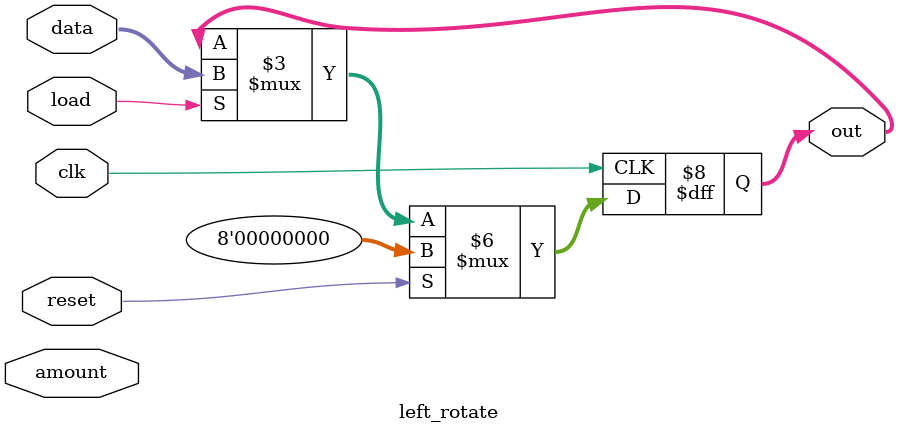
<source format=v>
module left_rotate(clk,reset,amount,data,load,out);
input clk,reset;
input [2:0] amount;
input [7:0] data;
input load;
output reg [7:0] out;
// when load is high, load data to out
// otherwise rotate the out register followed by left shift the out register by amount bits
always @(posedge clk)
begin
	if(reset)
	begin
	out<=0;
	end
	else
	begin
	if(load)
	begin
	out<=data;
	end
	else
	begin
	out<={out[6:0],out[7]};
	out<={out[7:1],out[0]};
	end
	end
end
endmodule

</source>
